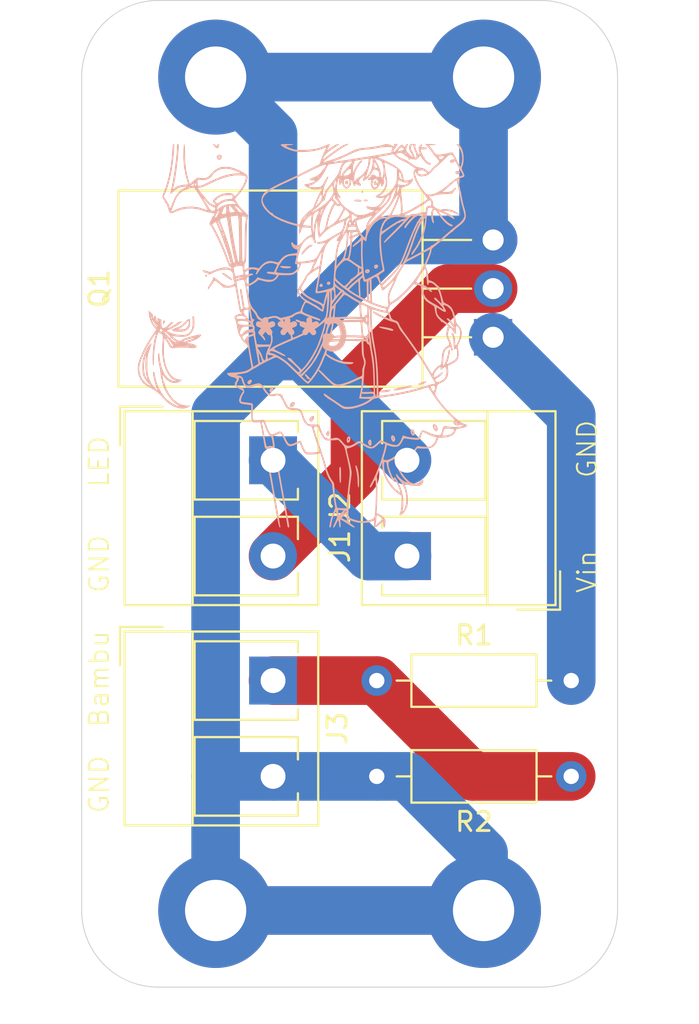
<source format=kicad_pcb>
(kicad_pcb (version 20240108) (generator "pcbnew") (generator_version "8.0")
  (layers (0 "F.Cu" signal) (31 "B.Cu" signal) (34 "B.Paste" user) (35 "F.Paste" user) (36 "B.SilkS" user "B.Silkscreen") (37 "F.SilkS" user "F.Silkscreen") (38 "B.Mask" user) (39 "F.Mask" user) (44 "Edge.Cuts" user))
  (net 0 "")
  (net 1 "Net-(J1-Pin_1)")
  (net 2 "Net-(J1-Pin_2)")
  (net 3 "/GND")
  (net 4 "Net-(J3-Pin_1)")
  (net 5 "Net-(Q1-G)")
  (footprint "PCM_SL_Mechanical:MountingHole_3.2mm_Pad" (layer "F.Cu") (at 128 81.5)
    (property "Reference" "H4" (hide yes))
    (property "Value" "MountingHole_M3_3.2mm_Pad")
    (pad "1" thru_hole circle (at 0 0) (size 6 6) (drill 3.2) (layers "*.Cu" "*.Mask") (net 3 "/GND"))
  )
  (footprint "Resistor_THT:R_Axial_DIN0207_L6.3mm_D2.5mm_P10.16mm_Horizontal" (layer "F.Cu") (at 132.58 74.5 180)
    (property "Reference" "R2" (at 5.08 -2.37 180) (layer "F.SilkS"))
    (property "Value" "Pull-down Resistor")
    (pad "1" thru_hole circle (at 0 0 180) (size 1.6 1.6) (drill 0.8) (layers "*.Cu" "*.Mask") (net 4 "Net-(J3-Pin_1)"))
    (pad "2" thru_hole oval (at 10.16 0 180) (size 1.6 1.6) (drill 0.8) (layers "*.Cu" "*.Mask") (net 3 "/GND"))
  )
  (footprint "PCM_SL_Mechanical:MountingHole_3.2mm_Pad" (layer "F.Cu") (at 128 38)
    (property "Reference" "H2" (hide yes))
    (property "Value" "MountingHole_M3_3.2mm_Pad")
    (pad "1" thru_hole circle (at 0 0) (size 6 6) (drill 3.2) (layers "*.Cu" "*.Mask") (net 3 "/GND"))
  )
  (footprint "PCM_SL_Mechanical:MountingHole_3.2mm_Pad" (layer "F.Cu") (at 114 38)
    (property "Reference" "H1" (hide yes))
    (property "Value" "MountingHole_M3_3.2mm_Pad")
    (pad "1" thru_hole circle (at 0 0) (size 6 6) (drill 3.2) (layers "*.Cu" "*.Mask") (net 3 "/GND"))
  )
  (footprint "PCM_SL_Mechanical:MountingHole_3.2mm_Pad" (layer "F.Cu") (at 114 81.5)
    (property "Reference" "H3" (hide yes))
    (property "Value" "MountingHole_M3_3.2mm_Pad")
    (pad "1" thru_hole circle (at 0 0) (size 6 6) (drill 3.2) (layers "*.Cu" "*.Mask") (net 3 "/GND"))
  )
  (footprint "TerminalBlock_RND:TerminalBlock_RND_205-00276_1x02_P5.00mm_Vertical" (layer "F.Cu") (at 124 63 90)
    (property "Reference" "J2" (at 2.5 -3.5 -90) (layer "F.SilkS"))
    (property "Value" "5V Input")
    (pad "1" thru_hole rect (at 0 0 90) (size 2.5 2.5) (drill 1.3) (layers "*.Cu" "*.Mask") (net 1 "Net-(J1-Pin_1)"))
    (pad "2" thru_hole circle (at 5 0 90) (size 2.5 2.5) (drill 1.3) (layers "*.Cu" "*.Mask") (net 3 "/GND"))
  )
  (footprint "Resistor_THT:R_Axial_DIN0207_L6.3mm_D2.5mm_P10.16mm_Horizontal" (layer "F.Cu") (at 122.42 69.5)
    (property "Reference" "R1" (at 5.08 -2.37 0) (layer "F.SilkS"))
    (property "Value" "Resistor")
    (pad "1" thru_hole circle (at 0 0) (size 1.6 1.6) (drill 0.8) (layers "*.Cu" "*.Mask") (net 4 "Net-(J3-Pin_1)"))
    (pad "2" thru_hole oval (at 10.16 0) (size 1.6 1.6) (drill 0.8) (layers "*.Cu" "*.Mask") (net 5 "Net-(Q1-G)"))
  )
  (footprint "TerminalBlock_RND:TerminalBlock_RND_205-00276_1x02_P5.00mm_Vertical" (layer "F.Cu") (at 117 69.5 -90)
    (property "Reference" "J3" (at 2.5 -3.36 90) (layer "F.SilkS"))
    (property "Value" "P1S")
    (pad "1" thru_hole rect (at 0 0 270) (size 2.5 2.5) (drill 1.3) (layers "*.Cu" "*.Mask") (net 4 "Net-(J3-Pin_1)"))
    (pad "2" thru_hole circle (at 5 0 270) (size 2.5 2.5) (drill 1.3) (layers "*.Cu" "*.Mask") (net 3 "/GND"))
  )
  (footprint "Package_TO_SOT_THT:TO-220-3_Horizontal_TabDown" (layer "F.Cu") (at 128.5 51.58 90)
    (property "Reference" "Q1" (at 2.54 -20.58 -90) (layer "F.SilkS"))
    (property "Value" "IRLB8721")
    (pad "" np_thru_hole oval (at 2.54 -16.66 90) (size 3.5 3.5) (drill 3.5) (layers "*.Cu" "*.Mask"))
    (pad "1" thru_hole rect (at 0 0 90) (size 1.905 2) (drill 1.1) (layers "*.Cu" "*.Mask") (net 5 "Net-(Q1-G)"))
    (pad "2" thru_hole oval (at 2.54 0 90) (size 1.905 2) (drill 1.1) (layers "*.Cu" "*.Mask") (net 2 "Net-(J1-Pin_2)"))
    (pad "3" thru_hole oval (at 5.08 0 90) (size 1.905 2) (drill 1.1) (layers "*.Cu" "*.Mask") (net 3 "/GND"))
  )
  (footprint "TerminalBlock_RND:TerminalBlock_RND_205-00276_1x02_P5.00mm_Vertical" (layer "F.Cu") (at 117 58 -90)
    (property "Reference" "J1" (at 4.5 -3.5 90) (layer "F.SilkS"))
    (property "Value" "LEDs")
    (pad "1" thru_hole rect (at 0 0 270) (size 2.5 2.5) (drill 1.3) (layers "*.Cu" "*.Mask") (net 1 "Net-(J1-Pin_1)"))
    (pad "2" thru_hole circle (at 5 0 270) (size 2.5 2.5) (drill 1.3) (layers "*.Cu" "*.Mask") (net 2 "Net-(J1-Pin_2)"))
  )
  (footprint "LOGO" (layer "B.Cu") (at 118.5 51.5 180)
    (property "Reference" "G***" (at 0 0 180) (layer "B.SilkS") (effects (font (size 1.5 1.5) (thickness 0.3)) (justify mirror)))
    (property "Value" "LOGO" (hide yes))
  )
  (gr_line (start 107 81.5) (end 107 38) (stroke (width 0.05)) (layer "Edge.Cuts"))
  (gr_line (start 131 85.5) (end 111 85.5) (stroke (width 0.05)) (layer "Edge.Cuts"))
  (gr_arc (start 111 85.5) (mid 108.171573 84.328427) (end 107 81.5) (stroke (width 0.05)) (layer "Edge.Cuts"))
  (gr_line (start 135 38) (end 135 81.5) (stroke (width 0.05)) (layer "Edge.Cuts"))
  (gr_arc (start 131 34) (mid 133.828427 35.171573) (end 135 38) (stroke (width 0.05)) (layer "Edge.Cuts"))
  (gr_line (start 111 34) (end 131 34) (stroke (width 0.05)) (layer "Edge.Cuts"))
  (gr_arc (start 135 81.5) (mid 133.828427 84.328427) (end 131 85.5) (stroke (width 0.05)) (layer "Edge.Cuts"))
  (gr_arc (start 107 38) (mid 108.171573 35.171573) (end 111 34) (stroke (width 0.05)) (layer "Edge.Cuts"))
  (gr_text "Vin" (at 134 65 90) (layer "F.SilkS") (effects (font (size 1 1) (thickness 0.1)) (justify left bottom)))
  (gr_text "LED" (at 108.5 59.5 90) (layer "F.SilkS") (effects (font (size 1 1) (thickness 0.1)) (justify left bottom)))
  (gr_text "Bambu" (at 108.5 72 90) (layer "F.SilkS") (effects (font (size 1 1) (thickness 0.1)) (justify left bottom)))
  (gr_text "GND" (at 108.5 76.5 90) (layer "F.SilkS") (effects (font (size 1 1) (thickness 0.1)) (justify left bottom)))
  (gr_text "GND" (at 134 59 90) (layer "F.SilkS") (effects (font (size 1 1) (thickness 0.1)) (justify left bottom)))
  (gr_text "GND" (at 108.5 65 90) (layer "F.SilkS") (effects (font (size 1 1) (thickness 0.1)) (justify left bottom)))
  (segment (start 124 63) (end 122 63) (width 2.54) (layer "B.Cu") (net 1))
  (segment (start 122 63) (end 117 58) (width 2.54) (layer "B.Cu") (net 1))
  (segment (start 126.1475 49.04) (end 128.5 49.04) (width 2.54) (layer "F.Cu") (net 2))
  (segment (start 121.28 58.72) (end 121.28 53.9075) (width 2.54) (layer "F.Cu") (net 2))
  (segment (start 121.28 53.9075) (end 126.1475 49.04) (width 2.54) (layer "F.Cu") (net 2))
  (segment (start 117 63) (end 121.28 58.72) (width 2.54) (layer "F.Cu") (net 2))
  (segment (start 122.42 74.5) (end 124 74.5) (width 2.54) (layer "B.Cu") (net 3))
  (segment (start 124 58) (end 118.56 52.56) (width 2.54) (layer "B.Cu") (net 3))
  (segment (start 128 78.5) (end 128 81.5) (width 2.54) (layer "B.Cu") (net 3))
  (segment (start 123.06 46.5) (end 128.5 46.5) (width 2.54) (layer "B.Cu") (net 3))
  (segment (start 117 52.56) (end 123.06 46.5) (width 2.54) (layer "B.Cu") (net 3))
  (segment (start 117 52.56) (end 114 55.56) (width 2.54) (layer "B.Cu") (net 3))
  (segment (start 114 74.5) (end 114 81.5) (width 2.54) (layer "B.Cu") (net 3))
  (segment (start 114 38) (end 117 41) (width 2.54) (layer "B.Cu") (net 3))
  (segment (start 117 74.5) (end 114 74.5) (width 2.54) (layer "B.Cu") (net 3))
  (segment (start 124 74.5) (end 128 78.5) (width 2.54) (layer "B.Cu") (net 3))
  (segment (start 114 38) (end 128 38) (width 2.54) (layer "B.Cu") (net 3))
  (segment (start 114 81.5) (end 128 81.5) (width 2.54) (layer "B.Cu") (net 3))
  (segment (start 128 38) (end 128 46) (width 2.54) (layer "B.Cu") (net 3))
  (segment (start 128 46) (end 128.5 46.5) (width 2.54) (layer "B.Cu") (net 3))
  (segment (start 114 55.56) (end 114 74.5) (width 2.54) (layer "B.Cu") (net 3))
  (segment (start 118.56 52.56) (end 117 52.56) (width 2.54) (layer "B.Cu") (net 3))
  (segment (start 117 41) (end 117 52.56) (width 2.54) (layer "B.Cu") (net 3))
  (segment (start 117 74.5) (end 122.42 74.5) (width 2.54) (layer "B.Cu") (net 3))
  (segment (start 117 69.5) (end 122.42 69.5) (width 2.54) (layer "F.Cu") (net 4))
  (segment (start 132.58 74.5) (end 127.42 74.5) (width 2.54) (layer "F.Cu") (net 4))
  (segment (start 127.42 74.5) (end 122.42 69.5) (width 2.54) (layer "F.Cu") (net 4))
  (segment (start 132.58 55.66) (end 128.5 51.58) (width 2.54) (layer "B.Cu") (net 5))
  (segment (start 132.58 69.5) (end 132.58 55.66) (width 2.54) (layer "B.Cu") (net 5))
)
</source>
